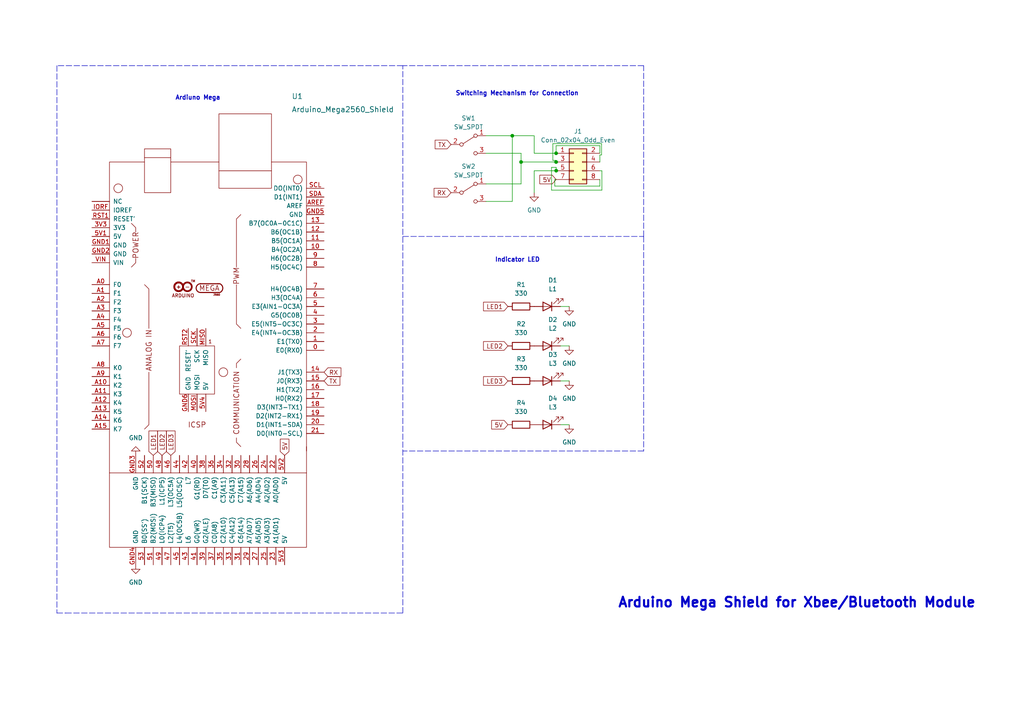
<source format=kicad_sch>
(kicad_sch (version 20211123) (generator eeschema)
  (paper "A4")
  (lib_symbols
    (symbol "Connector_Generic:Conn_02x04_Odd_Even" (pin_names (offset 1.016) hide)
      (property "Reference" "J" (at 1.27 5.08 0))
      (property "Value" "Conn_02x04_Odd_Even" (at 1.27 -7.62 0))
      (symbol "Conn_02x04_Odd_Even_1_1"
        (rectangle (start -1.27 -4.953) (end 0 -5.207) (stroke (width 0.1524)))
        (rectangle (start -1.27 -2.413) (end 0 -2.667) (stroke (width 0.1524)))
        (rectangle (start -1.27 0.127) (end 0 -0.127) (stroke (width 0.1524)))
        (rectangle (start -1.27 2.667) (end 0 2.413) (stroke (width 0.1524)))
        (rectangle (start -1.27 3.81) (end 3.81 -6.35) (stroke (width 0.254)) (fill (type background)))
        (rectangle (start 3.81 -4.953) (end 2.54 -5.207) (stroke (width 0.1524)))
        (rectangle (start 3.81 -2.413) (end 2.54 -2.667) (stroke (width 0.1524)))
        (rectangle (start 3.81 0.127) (end 2.54 -0.127) (stroke (width 0.1524)))
        (rectangle (start 3.81 2.667) (end 2.54 2.413) (stroke (width 0.1524)))
        (pin passive line (at -5.08 2.54 0) (length 3.81) (name "Pin_1") (number "1"))
        (pin passive line (at 7.62 2.54 180) (length 3.81) (name "Pin_2") (number "2"))
        (pin passive line (at -5.08 0 0) (length 3.81) (name "Pin_3") (number "3"))
        (pin passive line (at 7.62 0 180) (length 3.81) (name "Pin_4") (number "4"))
        (pin passive line (at -5.08 -2.54 0) (length 3.81) (name "Pin_5") (number "5"))
        (pin passive line (at 7.62 -2.54 180) (length 3.81) (name "Pin_6") (number "6"))
        (pin passive line (at -5.08 -5.08 0) (length 3.81) (name "Pin_7") (number "7"))
        (pin passive line (at 7.62 -5.08 180) (length 3.81) (name "Pin_8") (number "8"))
      )
    )
    (symbol "Device:LED" (pin_numbers hide) (pin_names (offset 1.016) hide)
      (property "Reference" "D" (at 0 2.54 0))
      (property "Value" "LED" (at 0 -2.54 0))
      (symbol "LED_0_1"
        (polyline (pts (xy -1.27 -1.27) (xy -1.27 1.27)) (stroke (width 0.254)))
        (polyline (pts (xy -1.27 0) (xy 1.27 0)))
        (polyline (pts (xy 1.27 -1.27) (xy 1.27 1.27) (xy -1.27 0) (xy 1.27 -1.27)) (stroke (width 0.254)))
        (polyline (pts (xy -3.048 -0.762) (xy -4.572 -2.286) (xy -3.81 -2.286) (xy -4.572 -2.286) (xy -4.572 -1.524)))
        (polyline (pts (xy -1.778 -0.762) (xy -3.302 -2.286) (xy -2.54 -2.286) (xy -3.302 -2.286) (xy -3.302 -1.524)))
      )
      (symbol "LED_1_1"
        (pin passive line (at -3.81 0 0) (length 2.54) (name "K") (number "1"))
        (pin passive line (at 3.81 0 180) (length 2.54) (name "A") (number "2"))
      )
    )
    (symbol "Device:R" (pin_numbers hide) (pin_names (offset 0))
      (property "Reference" "R" (at 2.032 0 90))
      (property "Value" "R" (at 0 0 90))
      (symbol "R_0_1"
        (rectangle (start -1.016 -2.54) (end 1.016 2.54) (stroke (width 0.254)))
      )
      (symbol "R_1_1"
        (pin passive line (at 0 3.81 270) (length 1.27) (name "~") (number "1"))
        (pin passive line (at 0 -3.81 90) (length 1.27) (name "~") (number "2"))
      )
    )
    (symbol "MY_LIB:Arduino_Mega2560_Shield" (pin_names (offset 1.016))
      (property "Reference" "U" (at 60.96 13.97 90))
      (property "Value" "Arduino_Mega2560_Shield" (at 58.42 15.24 90))
      (symbol "Arduino_Mega2560_Shield_0_0"
        (polyline (pts (xy 26.416 73.914) (xy 31.496 73.914)) (stroke (width 0.3048)) (fill (type background)))
        (polyline (pts (xy 26.416 76.454) (xy 31.496 76.454)) (stroke (width 0.3048)) (fill (type background)))
        (polyline (pts (xy 31.4452 73.914) (xy 31.75 73.914)) (stroke (width 0.3048)))
        (polyline (pts (xy 31.496 76.454) (xy 31.9024 76.454)) (stroke (width 0.3048)))
        (polyline (pts (xy 31.623 73.914) (xy 31.877 73.914)) (stroke (width 0.3048)))
        (polyline (pts (xy 0 100.33) (xy 0 111.76) (xy 10.16 111.76)))
        (polyline (pts (xy 7.62 83.82) (xy 7.62 82.55) (xy 6.35 81.28)))
        (polyline (pts (xy 7.62 91.44) (xy 7.62 92.71) (xy 6.35 93.98)))
        (polyline (pts (xy 11.43 50.8) (xy 11.43 35.56) (xy 10.16 34.29)))
        (polyline (pts (xy 11.43 63.5) (xy 11.43 74.93) (xy 10.16 76.2)))
        (polyline (pts (xy 36.83 31.75) (xy 36.83 30.48) (xy 38.1 29.21)))
        (polyline (pts (xy 36.83 52.07) (xy 36.83 53.34) (xy 38.1 54.61)))
        (polyline (pts (xy 36.83 76.2) (xy 36.83 64.77) (xy 38.1 63.5)))
        (polyline (pts (xy 36.83 81.28) (xy 36.83 95.25) (xy 38.1 96.52)))
        (polyline (pts (xy 46.99 111.76) (xy 57.15 111.76) (xy 57.15 27.94)))
        (polyline (pts (xy 0 100.33) (xy 0 21.59) (xy 57.15 21.59) (xy 57.15 29.21)))
        (polyline (pts (xy 0 21.59) (xy 0 1.27) (xy 0 0) (xy 57.15 0) (xy 57.15 21.59)))
        (polyline (pts (xy 20.32 58.42) (xy 30.48 58.42) (xy 30.48 44.45) (xy 20.32 44.45) (xy 20.32 58.42)))
        (circle (center 2.54 104.14) (radius 1.27))
        (arc (start 26.416 76.454) (mid 25.146 75.184) (end 26.416 73.914) (stroke (width 0.3048)))
        (arc (start 32.004 73.914) (mid 32.8638 75.184) (end 32.004 76.454) (stroke (width 0.3048)))
        (circle (center 54.61 106.68) (radius 1.27))
        (text "+" (at 20.066 75.565 0) (effects (font (size 0.9906 0.9906))))
        (text "+" (at 20.066 75.565 0) (effects (font (size 1.1938 1.1938))))
        (text "-" (at 22.606 75.565 0) (effects (font (size 1.1938 1.1938))))
        (text "1" (at 29.21 59.69 0) (effects (font (size 0.9906 0.9906))))
        (text "2560" (at 31.115 73.279 0) (effects (font (size 0.508 0.508))))
        (text "ANALOG IN" (at 11.43 57.15 900) (effects (font (size 1.524 1.524))))
        (text "ARDUINO" (at 21.336 73.025 0) (effects (font (size 0.9906 0.9906))))
        (text "COMMUNICATION" (at 36.83 41.91 900) (effects (font (size 1.524 1.524))))
        (text "ICSP" (at 25.4 35.56 0) (effects (font (size 1.524 1.524))))
        (text "MEGA" (at 28.956 75.184 0) (effects (font (size 1.4986 1.4986))))
        (text "PWM" (at 36.83 78.74 900) (effects (font (size 1.524 1.524))))
        (text "TM" (at 24.257 77.216 0) (effects (font (size 0.6096 0.6096))))
      )
      (symbol "Arduino_Mega2560_Shield_0_1"
        (polyline (pts (xy 10.16 113.03) (xy 17.78 113.03)))
        (polyline (pts (xy 17.78 111.76) (xy 31.75 111.76)))
        (circle (center 5.08 62.23) (radius 1.27))
        (rectangle (start 17.78 115.57) (end 10.16 102.87))
        (circle (center 20.066 75.565) (radius 1.27) (stroke (width 0.508)))
        (circle (center 20.066 75.565) (radius 1.27) (stroke (width 0.508)))
        (circle (center 22.606 75.565) (radius 1.27) (stroke (width 0.508)))
        (circle (center 33.02 50.8) (radius 1.27))
        (rectangle (start 46.99 109.22) (end 31.75 104.14))
        (rectangle (start 46.99 109.22) (end 31.75 125.73))
      )
      (symbol "Arduino_Mega2560_Shield_1_0"
        (text "POWER" (at 7.62 87.63 900) (effects (font (size 1.524 1.524))))
      )
      (symbol "Arduino_Mega2560_Shield_1_1"
        (pin input line (at 62.23 57.15 180) (length 5.08) (name "E0(RX0)") (number "0"))
        (pin input line (at 62.23 59.69 180) (length 5.08) (name "E1(TX0)") (number "1"))
        (pin input line (at 62.23 86.36 180) (length 5.08) (name "B4(OC2A)") (number "10"))
        (pin input line (at 62.23 88.9 180) (length 5.08) (name "B5(OC1A)") (number "11"))
        (pin input line (at 62.23 91.44 180) (length 5.08) (name "B6(OC1B)") (number "12"))
        (pin input line (at 62.23 93.98 180) (length 5.08) (name "B7(OC0A-0C1C)") (number "13"))
        (pin input line (at 62.23 50.8 180) (length 5.08) (name "J1(TX3)") (number "14"))
        (pin input line (at 62.23 48.26 180) (length 5.08) (name "J0(RX3)") (number "15"))
        (pin input line (at 62.23 45.72 180) (length 5.08) (name "H1(TX2)") (number "16"))
        (pin input line (at 62.23 43.18 180) (length 5.08) (name "H0(RX2)") (number "17"))
        (pin input line (at 62.23 40.64 180) (length 5.08) (name "D3(INT3-TX1)") (number "18"))
        (pin input line (at 62.23 38.1 180) (length 5.08) (name "D2(INT2-RX1)") (number "19"))
        (pin input line (at 62.23 62.23 180) (length 5.08) (name "E4(INT4-OC3B)") (number "2"))
        (pin input line (at 62.23 35.56 180) (length 5.08) (name "D1(INT1-SDA)") (number "20"))
        (pin input line (at 62.23 33.02 180) (length 5.08) (name "D0(INT0-SCL)") (number "21"))
        (pin input line (at 48.26 26.67 270) (length 5.08) (name "A0(AD0)") (number "22"))
        (pin input line (at 48.26 -5.08 90) (length 5.08) (name "A1(AD1)") (number "23"))
        (pin input line (at 45.72 26.67 270) (length 5.08) (name "A2(AD2)") (number "24"))
        (pin input line (at 45.72 -5.08 90) (length 5.08) (name "A3(AD3)") (number "25"))
        (pin input line (at 43.18 26.67 270) (length 5.08) (name "A4(AD4)") (number "26"))
        (pin input line (at 43.18 -5.08 90) (length 5.08) (name "A5(AD5)") (number "27"))
        (pin input line (at 40.64 26.67 270) (length 5.08) (name "A6(AD6)") (number "28"))
        (pin input line (at 40.64 -5.08 90) (length 5.08) (name "A7(AD7)") (number "29"))
        (pin input line (at 62.23 64.77 180) (length 5.08) (name "E5(INT5-OC3C)") (number "3"))
        (pin input line (at 38.1 26.67 270) (length 5.08) (name "C7(A15)") (number "30"))
        (pin input line (at 38.1 -5.08 90) (length 5.08) (name "C6(A14)") (number "31"))
        (pin input line (at 35.56 26.67 270) (length 5.08) (name "C5(A13)") (number "32"))
        (pin input line (at 35.56 -5.08 90) (length 5.08) (name "C4(A12)") (number "33"))
        (pin input line (at 33.02 26.67 270) (length 5.08) (name "C3(A11)") (number "34"))
        (pin input line (at 33.02 -5.08 90) (length 5.08) (name "C2(A10)") (number "35"))
        (pin input line (at 30.48 26.67 270) (length 5.08) (name "C1(A9)") (number "36"))
        (pin input line (at 30.48 -5.08 90) (length 5.08) (name "C0(A8)") (number "37"))
        (pin input line (at 27.94 26.67 270) (length 5.08) (name "D7(T0)") (number "38"))
        (pin input line (at 27.94 -5.08 90) (length 5.08) (name "G2(ALE)") (number "39"))
        (pin input line (at -5.08 92.71 0) (length 5.08) (name "3V3") (number "3V3"))
        (pin input line (at 62.23 67.31 180) (length 5.08) (name "G5(OC0B)") (number "4"))
        (pin input line (at 25.4 26.67 270) (length 5.08) (name "G1(RD)") (number "40"))
        (pin input line (at 25.4 -5.08 90) (length 5.08) (name "G0(WR)") (number "41"))
        (pin input line (at 22.86 26.67 270) (length 5.08) (name "L7") (number "42"))
        (pin input line (at 22.86 -5.08 90) (length 5.08) (name "L6") (number "43"))
        (pin input line (at 20.32 26.67 270) (length 5.08) (name "L5(OC5C)") (number "44"))
        (pin input line (at 20.32 -5.08 90) (length 5.08) (name "L4(OC5B)") (number "45"))
        (pin input line (at 17.78 26.67 270) (length 5.08) (name "L3(OC5A)") (number "46"))
        (pin input line (at 17.78 -5.08 90) (length 5.08) (name "L2(T5)") (number "47"))
        (pin input line (at 15.24 26.67 270) (length 5.08) (name "L1(ICP5)") (number "48"))
        (pin input line (at 15.24 -5.08 90) (length 5.08) (name "L0(ICP4)") (number "49"))
        (pin input line (at 62.23 69.85 180) (length 5.08) (name "E3(AIN1-OC3A)") (number "5"))
        (pin input line (at 12.7 26.67 270) (length 5.08) (name "B3(MISO)") (number "50"))
        (pin input line (at 12.7 -5.08 90) (length 5.08) (name "B2(MOSI)") (number "51"))
        (pin input line (at 10.16 26.67 270) (length 5.08) (name "B1(SCK)") (number "52"))
        (pin input line (at 10.16 -5.08 90) (length 5.08) (name "B0(SS')") (number "53"))
        (pin input line (at -5.08 90.17 0) (length 5.08) (name "5V") (number "5V1"))
        (pin input line (at 50.8 26.67 270) (length 5.08) (name "5V") (number "5V2"))
        (pin input line (at 50.8 -5.08 90) (length 5.08) (name "5V") (number "5V3"))
        (pin input line (at 27.94 39.37 90) (length 5.08) (name "5V") (number "5V4"))
        (pin input line (at 62.23 72.39 180) (length 5.08) (name "H3(OC4A)") (number "6"))
        (pin input line (at 62.23 74.93 180) (length 5.08) (name "H4(OC4B)") (number "7"))
        (pin input line (at 62.23 81.28 180) (length 5.08) (name "H5(OC4C)") (number "8"))
        (pin input line (at 62.23 83.82 180) (length 5.08) (name "H6(OC2B)") (number "9"))
        (pin input line (at -5.08 76.2 0) (length 5.08) (name "F0") (number "A0"))
        (pin input line (at -5.08 73.66 0) (length 5.08) (name "F1") (number "A1"))
        (pin input line (at -5.08 46.99 0) (length 5.08) (name "K2") (number "A10"))
        (pin input line (at -5.08 44.45 0) (length 5.08) (name "K3") (number "A11"))
        (pin input line (at -5.08 41.91 0) (length 5.08) (name "K4") (number "A12"))
        (pin input line (at -5.08 39.37 0) (length 5.08) (name "K5") (number "A13"))
        (pin input line (at -5.08 36.83 0) (length 5.08) (name "K6") (number "A14"))
        (pin input line (at -5.08 34.29 0) (length 5.08) (name "K7") (number "A15"))
        (pin input line (at -5.08 71.12 0) (length 5.08) (name "F2") (number "A2"))
        (pin input line (at -5.08 68.58 0) (length 5.08) (name "F3") (number "A3"))
        (pin input line (at -5.08 66.04 0) (length 5.08) (name "F4") (number "A4"))
        (pin input line (at -5.08 63.5 0) (length 5.08) (name "F5") (number "A5"))
        (pin input line (at -5.08 60.96 0) (length 5.08) (name "F6") (number "A6"))
        (pin input line (at -5.08 58.42 0) (length 5.08) (name "F7") (number "A7"))
        (pin input line (at -5.08 52.07 0) (length 5.08) (name "K0") (number "A8"))
        (pin input line (at -5.08 49.53 0) (length 5.08) (name "K1") (number "A9"))
        (pin input line (at 62.23 99.06 180) (length 5.08) (name "AREF") (number "AREF"))
        (pin input line (at -5.08 87.63 0) (length 5.08) (name "GND") (number "GND1"))
        (pin input line (at -5.08 85.09 0) (length 5.08) (name "GND") (number "GND2"))
        (pin input line (at 7.62 26.67 270) (length 5.08) (name "GND") (number "GND3"))
        (pin input line (at 7.62 -5.08 90) (length 5.08) (name "GND") (number "GND4"))
        (pin input line (at 62.23 96.52 180) (length 5.08) (name "GND") (number "GND5"))
        (pin input line (at 22.86 39.37 90) (length 5.08) (name "GND") (number "GND6"))
        (pin input line (at -5.08 97.79 0) (length 5.08) (name "IOREF") (number "IORF"))
        (pin input line (at 27.94 63.5 270) (length 5.08) (name "MISO") (number "MISO"))
        (pin input line (at 25.4 39.37 90) (length 5.08) (name "MOSI") (number "MOSI"))
        (pin input line (at -5.08 95.25 0) (length 5.08) (name "RESET'") (number "RST1"))
        (pin input line (at 22.86 63.5 270) (length 5.08) (name "RESET'") (number "RST2"))
        (pin input line (at 25.4 63.5 270) (length 5.08) (name "SCK") (number "SCK"))
        (pin input line (at 62.23 104.14 180) (length 5.08) (name "DO(INT0)") (number "SCL"))
        (pin input line (at 62.23 101.6 180) (length 5.08) (name "D1(INT1)") (number "SDA"))
        (pin input line (at -5.08 82.55 0) (length 5.08) (name "VIN") (number "VIN"))
        (pin input line (at -5.08 100.33 0) (length 5.08) (name "NC") (number "~"))
      )
    )
    (symbol "Switch:SW_SPDT" (pin_names (offset 0) hide)
      (property "Reference" "SW" (at 0 4.318 0))
      (property "Value" "SW_SPDT" (at 0 -5.08 0))
      (symbol "SW_SPDT_0_0"
        (circle (center -2.032 0) (radius 0.508))
        (circle (center 2.032 -2.54) (radius 0.508))
      )
      (symbol "SW_SPDT_0_1"
        (polyline (pts (xy -1.524 0.254) (xy 1.651 2.286)))
        (circle (center 2.032 2.54) (radius 0.508))
      )
      (symbol "SW_SPDT_1_1"
        (pin passive line (at 5.08 2.54 180) (length 2.54) (name "A") (number "1"))
        (pin passive line (at -5.08 0 0) (length 2.54) (name "B") (number "2"))
        (pin passive line (at 5.08 -2.54 180) (length 2.54) (name "C") (number "3"))
      )
    )
    (symbol "power:GND" (power) (pin_names (offset 0))
      (property "Value" "GND" (at 0 -3.81 0))
      (symbol "GND_0_1"
        (polyline (pts (xy 0 0) (xy 0 -1.27) (xy 1.27 -1.27) (xy 0 -2.54) (xy -1.27 -1.27) (xy 0 -1.27)))
      )
      (symbol "GND_1_1"
        (pin power_in line (at 0 0 270) (length 0) hide (name "GND") (number "1"))
      )
    )
  )
  (junction (at 148.59 39.37))
  (junction (at 161.3154 49.5046))
  (junction (at 161.29 44.45))
  (junction (at 151.13 46.99))
  (junction (at 161.29 46.99))
  (polyline (pts (xy 116.84 19.05) (xy 16.51 19.05)))
  (wire (pts (xy 161.29 42.2402) (xy 161.29 44.45)))
  (polyline (pts (xy 116.84 68.58) (xy 186.69 68.58)))
  (wire (pts (xy 151.13 44.45) (xy 151.13 46.99)))
  (wire (pts (xy 161.29 46.5328) (xy 161.29 46.99)))
  (wire (pts (xy 151.13 53.34) (xy 151.13 46.99)))
  (wire (pts (xy 154.94 39.37) (xy 154.94 44.45)))
  (wire (pts (xy 162.56 123.19) (xy 165.1 123.19)))
  (wire (pts (xy 161.3154 48.5394) (xy 161.3154 49.5046)))
  (wire (pts (xy 173.99 44.9326) (xy 174.4726 44.9326)))
  (wire (pts (xy 173.99 53.975) (xy 160.909 53.975)))
  (wire (pts (xy 148.59 58.42) (xy 148.59 39.37)))
  (wire (pts (xy 159.9692 55.1434) (xy 159.9692 48.5394)))
  (wire (pts (xy 160.909 52.07) (xy 161.29 52.07)))
  (polyline (pts (xy 116.84 177.8) (xy 116.84 19.05)))
  (wire (pts (xy 154.94 44.45) (xy 161.29 44.45)))
  (wire (pts (xy 173.99 52.07) (xy 173.99 53.975)))
  (polyline (pts (xy 16.51 19.05) (xy 16.51 177.8)))
  (wire (pts (xy 159.9692 48.5394) (xy 161.3154 48.5394)))
  (wire (pts (xy 160.3502 41.656) (xy 160.3502 46.5328)))
  (wire (pts (xy 173.99 44.45) (xy 173.99 42.2402)))
  (polyline (pts (xy 186.69 68.58) (xy 186.69 19.05)))
  (polyline (pts (xy 186.69 130.81) (xy 116.84 130.81)))
  (wire (pts (xy 151.13 46.99) (xy 161.29 46.99)))
  (polyline (pts (xy 16.51 177.8) (xy 19.05 177.8)))
  (wire (pts (xy 160.909 53.975) (xy 160.909 52.07)))
  (wire (pts (xy 154.94 49.53) (xy 161.29 49.53)))
  (wire (pts (xy 154.94 49.53) (xy 154.94 55.88)))
  (wire (pts (xy 174.4726 41.656) (xy 160.3502 41.656)))
  (wire (pts (xy 140.97 53.34) (xy 151.13 53.34)))
  (wire (pts (xy 173.99 44.9326) (xy 173.99 46.99)))
  (wire (pts (xy 162.56 88.9) (xy 165.1 88.9)))
  (polyline (pts (xy 186.69 68.58) (xy 186.69 130.81)))
  (wire (pts (xy 174.5742 55.1434) (xy 159.9692 55.1434)))
  (wire (pts (xy 160.3502 46.5328) (xy 161.29 46.5328)))
  (wire (pts (xy 140.97 58.42) (xy 148.59 58.42)))
  (wire (pts (xy 140.97 39.37) (xy 148.59 39.37)))
  (polyline (pts (xy 186.69 19.05) (xy 116.84 19.05)))
  (wire (pts (xy 174.5742 49.53) (xy 174.5742 55.1434)))
  (polyline (pts (xy 19.05 177.8) (xy 116.84 177.8)))
  (wire (pts (xy 148.59 39.37) (xy 154.94 39.37)))
  (wire (pts (xy 173.99 42.2402) (xy 161.29 42.2402)))
  (wire (pts (xy 162.56 110.49) (xy 165.1 110.49)))
  (wire (pts (xy 140.97 44.45) (xy 151.13 44.45)))
  (wire (pts (xy 174.4726 44.9326) (xy 174.4726 41.656)))
  (wire (pts (xy 162.56 100.33) (xy 165.1 100.33)))
  (wire (pts (xy 173.99 49.53) (xy 174.5742 49.53)))
  (text "Switching Mechanism for Connection" (at 132.08 27.94 0) (effects (font (size 1.27 1.27) bold) (justify left bottom)))
  (text "Arduino Mega Shield for Xbee/Bluetooth Module" (at 179.07 176.53 0) (effects (font (size 2.8 2.8) (thickness 0.6) bold) (justify left bottom)))
  (text "Indicator LED" (at 143.51 76.2 0) (effects (font (size 1.27 1.27) (thickness 0.254) bold) (justify left bottom)))
  (text "Ardiuno Mega" (at 50.8 29.21 0) (effects (font (size 1.27 1.27) (thickness 0.254) bold) (justify left bottom)))
  (global_label "RX" (shape input) (at 130.81 55.88 180) (property "Intersheet References" "${INTERSHEET_REFS}" (effects hide)))
  (global_label "5V" (shape input) (at 161.29 52.07 180) (property "Intersheet References" "${INTERSHEET_REFS}" (effects hide)))
  (global_label "TX" (shape input) (at 93.98 110.49 0) (property "Intersheet References" "${INTERSHEET_REFS}" (effects hide)))
  (global_label "LED3" (shape input) (at 147.32 110.49 180) (property "Intersheet References" "${INTERSHEET_REFS}" (effects hide)))
  (global_label "5V" (shape input) (at 147.32 123.19 180) (property "Intersheet References" "${INTERSHEET_REFS}" (effects hide)))
  (global_label "RX" (shape input) (at 93.98 107.95 0) (property "Intersheet References" "${INTERSHEET_REFS}" (effects hide)))
  (global_label "LED2" (shape input) (at 46.99 132.08 90) (property "Intersheet References" "${INTERSHEET_REFS}" (effects hide)))
  (global_label "LED2" (shape input) (at 147.32 100.33 180) (property "Intersheet References" "${INTERSHEET_REFS}" (effects hide)))
  (global_label "LED1" (shape input) (at 44.45 132.08 90) (property "Intersheet References" "${INTERSHEET_REFS}" (effects hide)))
  (global_label "5V" (shape input) (at 82.55 132.08 90) (property "Intersheet References" "${INTERSHEET_REFS}" (effects hide)))
  (global_label "LED3" (shape input) (at 49.53 132.08 90) (property "Intersheet References" "${INTERSHEET_REFS}" (effects hide)))
  (global_label "LED1" (shape input) (at 147.32 88.9 180) (property "Intersheet References" "${INTERSHEET_REFS}" (effects hide)))
  (global_label "TX" (shape input) (at 130.81 41.91 180) (property "Intersheet References" "${INTERSHEET_REFS}" (effects hide)))
  (symbol (lib_id "Device:LED") (at 158.75 100.33 180) (unit 1)
    (property "Reference" "D2" (at 160.3375 92.71 0))
    (property "Value" "L2" (at 160.3375 95.25 0))
    (property "Footprint" "MY_LIB:LED_D3.0mm" (effects hide))
  )
  (symbol (lib_id "Switch:SW_SPDT") (at 135.89 55.88 0) (unit 1)
    (property "Reference" "SW2" (at 135.89 48.26 0))
    (property "Value" "SW_SPDT" (at 135.89 50.8 0))
    (property "Footprint" "MY_LIB:DIP_Switch" (effects hide))
  )
  (symbol (lib_id "power:GND") (at 165.1 100.33 0) (unit 1)
    (property "Reference" "#PWR05" (effects hide))
    (property "Value" "GND" (at 165.1 105.41 0))
  )
  (symbol (lib_id "Switch:SW_SPDT") (at 135.89 41.91 0) (unit 1)
    (property "Reference" "SW1" (at 135.89 34.29 0))
    (property "Value" "SW_SPDT" (at 135.89 36.83 0))
    (property "Footprint" "MY_LIB:DIP_Switch" (effects hide))
  )
  (symbol (lib_id "Device:LED") (at 158.75 110.49 180) (unit 1)
    (property "Reference" "D3" (at 160.3375 102.87 0))
    (property "Value" "L3" (at 160.3375 105.41 0))
    (property "Footprint" "MY_LIB:LED_D3.0mm" (effects hide))
  )
  (symbol (lib_id "Device:R") (at 151.13 123.19 90) (unit 1)
    (property "Reference" "R4" (at 151.13 116.84 90))
    (property "Value" "330" (at 151.13 119.38 90))
    (property "Footprint" "MY_LIB:Resistor_small" (effects hide))
  )
  (symbol (lib_id "power:GND") (at 39.37 163.83 0) (unit 1)
    (property "Reference" "#PWR02" (effects hide))
    (property "Value" "GND" (at 39.37 168.91 0))
  )
  (symbol (lib_id "Device:R") (at 151.13 88.9 90) (unit 1)
    (property "Reference" "R1" (at 151.13 82.55 90))
    (property "Value" "330" (at 151.13 85.09 90))
    (property "Footprint" "MY_LIB:Resistor_small" (effects hide))
  )
  (symbol (lib_id "Connector_Generic:Conn_02x04_Odd_Even") (at 166.37 46.99 0) (unit 1)
    (property "Reference" "J1" (at 167.64 38.1 0))
    (property "Value" "Conn_02x04_Odd_Even" (at 167.64 40.64 0))
    (property "Footprint" "Connector_PinHeader_2.54mm:PinHeader_2x04_P2.54mm_Vertical" (effects hide))
  )
  (symbol (lib_id "power:GND") (at 165.1 110.49 0) (unit 1)
    (property "Reference" "#PWR06" (effects hide))
    (property "Value" "GND" (at 165.1 115.57 0))
  )
  (symbol (lib_id "power:GND") (at 165.1 88.9 0) (unit 1)
    (property "Reference" "#PWR04" (effects hide))
    (property "Value" "GND" (at 165.1 93.98 0))
  )
  (symbol (lib_id "Device:LED") (at 158.75 88.9 180) (unit 1)
    (property "Reference" "D1" (at 160.3375 81.28 0))
    (property "Value" "L1" (at 160.3375 83.82 0))
    (property "Footprint" "MY_LIB:LED_D3.0mm" (effects hide))
  )
  (symbol (lib_id "power:GND") (at 154.94 55.88 0) (unit 1)
    (property "Reference" "#PWR03" (effects hide))
    (property "Value" "GND" (at 154.94 60.96 0))
  )
  (symbol (lib_id "Device:LED") (at 158.75 123.19 180) (unit 1)
    (property "Reference" "D4" (at 160.3375 115.57 0))
    (property "Value" "L3" (at 160.3375 118.11 0))
    (property "Footprint" "MY_LIB:LED_D3.0mm" (effects hide))
  )
  (symbol (lib_id "Device:R") (at 151.13 110.49 90) (unit 1)
    (property "Reference" "R3" (at 151.13 104.14 90))
    (property "Value" "330" (at 151.13 106.68 90))
    (property "Footprint" "MY_LIB:Resistor_small" (effects hide))
  )
  (symbol (lib_id "power:GND") (at 165.1 123.19 0) (unit 1)
    (property "Reference" "#PWR07" (effects hide))
    (property "Value" "GND" (at 165.1 128.27 0))
  )
  (symbol (lib_id "Device:R") (at 151.13 100.33 90) (unit 1)
    (property "Reference" "R2" (at 151.13 93.98 90))
    (property "Value" "330" (at 151.13 96.52 90))
    (property "Footprint" "MY_LIB:Resistor_small" (effects hide))
  )
  (symbol (lib_id "MY_LIB:Arduino_Mega2560_Shield") (at 31.75 158.75 0) (unit 1)
    (property "Reference" "U1" (at 84.5694 27.94 0) (effects (font (size 1.524 1.524)) (justify left)))
    (property "Value" "Arduino_Mega2560_Shield" (at 84.5694 31.75 0) (effects (font (size 1.524 1.524)) (justify left)))
    (property "Footprint" "MY_LIB:Arduino_Mega2560_Shield" (effects hide))
  )
  (symbol (lib_id "power:GND") (at 39.37 132.08 180) (unit 1)
    (property "Reference" "#PWR01" (effects hide))
    (property "Value" "GND" (at 39.37 127 0))
  )
)
</source>
